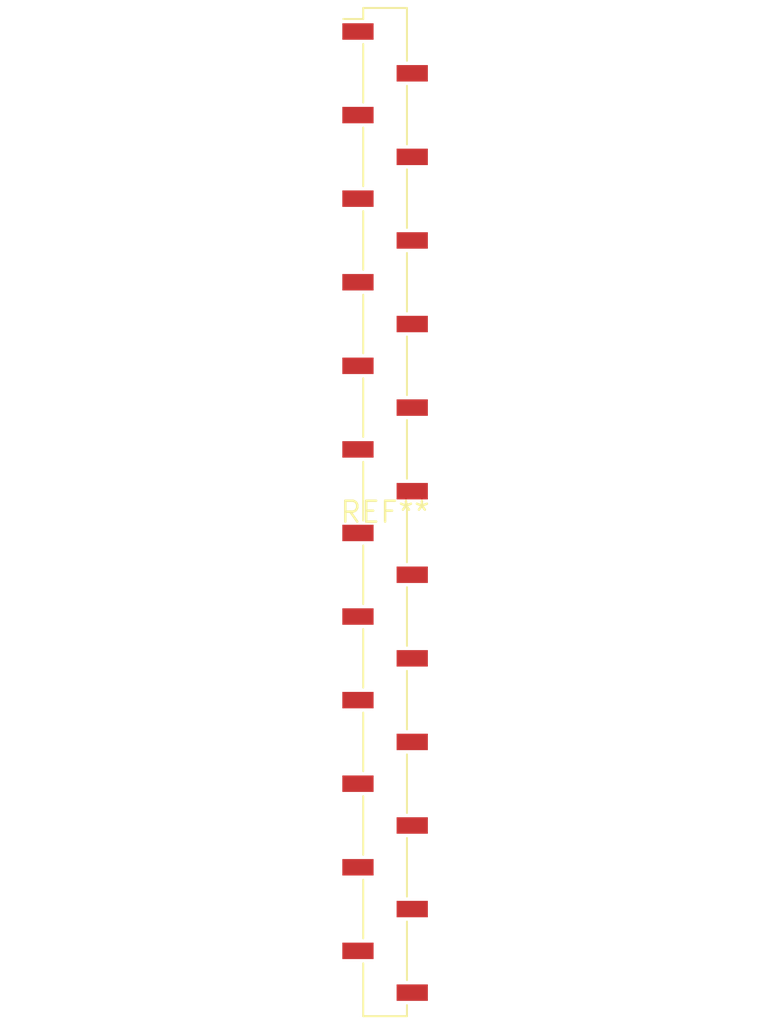
<source format=kicad_pcb>
(kicad_pcb (version 20240108) (generator pcbnew)
  (layers (0 "F.Cu" signal) (31 "B.Cu" signal) (34 "B.Paste" user) (35 "F.Paste" user) (36 "B.SilkS" user "B.Silkscreen") (37 "F.SilkS" user "F.Silkscreen") (38 "B.Mask" user) (39 "F.Mask" user) (44 "Edge.Cuts" user))
  (net 0 "")
  (footprint "PinSocket_1x24_P2.54mm_Vertical_SMD_Pin1Left" (layer "F.Cu") (at 0 0)
    (property "Reference" "REF**")
    (property "Value" "PinSocket_1x24_P2.54mm_Vertical_SMD_Pin1Left")
    (fp_line (start -2.54 -29.97) (end -1.33 -29.97) (layer "F.SilkS") (stroke (width 0.12)))
    (fp_line (start -1.33 -30.64) (end -1.33 -29.97) (layer "F.SilkS") (stroke (width 0.12)))
    (fp_line (start -1.33 -30.64) (end 1.33 -30.64) (layer "F.SilkS") (stroke (width 0.12)))
    (fp_line (start -1.33 -28.45) (end -1.33 -24.89) (layer "F.SilkS") (stroke (width 0.12)))
    (fp_line (start -1.33 -23.37) (end -1.33 -19.81) (layer "F.SilkS") (stroke (width 0.12)))
    (fp_line (start -1.33 -18.29) (end -1.33 -14.73) (layer "F.SilkS") (stroke (width 0.12)))
    (fp_line (start -1.33 -13.21) (end -1.33 -9.65) (layer "F.SilkS") (stroke (width 0.12)))
    (fp_line (start -1.33 -8.13) (end -1.33 -4.57) (layer "F.SilkS") (stroke (width 0.12)))
    (fp_line (start -1.33 -3.05) (end -1.33 0.51) (layer "F.SilkS") (stroke (width 0.12)))
    (fp_line (start -1.33 2.03) (end -1.33 5.59) (layer "F.SilkS") (stroke (width 0.12)))
    (fp_line (start -1.33 7.11) (end -1.33 10.67) (layer "F.SilkS") (stroke (width 0.12)))
    (fp_line (start -1.33 12.19) (end -1.33 15.75) (layer "F.SilkS") (stroke (width 0.12)))
    (fp_line (start -1.33 17.27) (end -1.33 20.83) (layer "F.SilkS") (stroke (width 0.12)))
    (fp_line (start -1.33 22.35) (end -1.33 25.91) (layer "F.SilkS") (stroke (width 0.12)))
    (fp_line (start -1.33 27.43) (end -1.33 30.64) (layer "F.SilkS") (stroke (width 0.12)))
    (fp_line (start -1.33 30.64) (end 1.33 30.64) (layer "F.SilkS") (stroke (width 0.12)))
    (fp_line (start 1.33 -30.64) (end 1.33 -27.43) (layer "F.SilkS") (stroke (width 0.12)))
    (fp_line (start 1.33 -25.91) (end 1.33 -22.35) (layer "F.SilkS") (stroke (width 0.12)))
    (fp_line (start 1.33 -20.83) (end 1.33 -17.27) (layer "F.SilkS") (stroke (width 0.12)))
    (fp_line (start 1.33 -15.75) (end 1.33 -12.19) (layer "F.SilkS") (stroke (width 0.12)))
    (fp_line (start 1.33 -10.67) (end 1.33 -7.11) (layer "F.SilkS") (stroke (width 0.12)))
    (fp_line (start 1.33 -5.59) (end 1.33 -2.03) (layer "F.SilkS") (stroke (width 0.12)))
    (fp_line (start 1.33 -0.51) (end 1.33 3.05) (layer "F.SilkS") (stroke (width 0.12)))
    (fp_line (start 1.33 4.57) (end 1.33 8.13) (layer "F.SilkS") (stroke (width 0.12)))
    (fp_line (start 1.33 9.65) (end 1.33 13.21) (layer "F.SilkS") (stroke (width 0.12)))
    (fp_line (start 1.33 14.73) (end 1.33 18.29) (layer "F.SilkS") (stroke (width 0.12)))
    (fp_line (start 1.33 19.81) (end 1.33 23.37) (layer "F.SilkS") (stroke (width 0.12)))
    (fp_line (start 1.33 24.89) (end 1.33 28.45) (layer "F.SilkS") (stroke (width 0.12)))
    (fp_line (start 1.33 29.97) (end 1.33 30.64) (layer "F.SilkS") (stroke (width 0.12)))
    (pad "1" smd rect (at -1.65 -29.21) (size 1.9 1) (layers "F.Cu" "F.Paste" "F.Mask"))
    (pad "2" smd rect (at 1.65 -26.67) (size 1.9 1) (layers "F.Cu" "F.Paste" "F.Mask"))
    (pad "3" smd rect (at -1.65 -24.13) (size 1.9 1) (layers "F.Cu" "F.Paste" "F.Mask"))
    (pad "4" smd rect (at 1.65 -21.59) (size 1.9 1) (layers "F.Cu" "F.Paste" "F.Mask"))
    (pad "5" smd rect (at -1.65 -19.05) (size 1.9 1) (layers "F.Cu" "F.Paste" "F.Mask"))
    (pad "6" smd rect (at 1.65 -16.51) (size 1.9 1) (layers "F.Cu" "F.Paste" "F.Mask"))
    (pad "7" smd rect (at -1.65 -13.97) (size 1.9 1) (layers "F.Cu" "F.Paste" "F.Mask"))
    (pad "8" smd rect (at 1.65 -11.43) (size 1.9 1) (layers "F.Cu" "F.Paste" "F.Mask"))
    (pad "9" smd rect (at -1.65 -8.89) (size 1.9 1) (layers "F.Cu" "F.Paste" "F.Mask"))
    (pad "10" smd rect (at 1.65 -6.35) (size 1.9 1) (layers "F.Cu" "F.Paste" "F.Mask"))
    (pad "11" smd rect (at -1.65 -3.81) (size 1.9 1) (layers "F.Cu" "F.Paste" "F.Mask"))
    (pad "12" smd rect (at 1.65 -1.27) (size 1.9 1) (layers "F.Cu" "F.Paste" "F.Mask"))
    (pad "13" smd rect (at -1.65 1.27) (size 1.9 1) (layers "F.Cu" "F.Paste" "F.Mask"))
    (pad "14" smd rect (at 1.65 3.81) (size 1.9 1) (layers "F.Cu" "F.Paste" "F.Mask"))
    (pad "15" smd rect (at -1.65 6.35) (size 1.9 1) (layers "F.Cu" "F.Paste" "F.Mask"))
    (pad "16" smd rect (at 1.65 8.89) (size 1.9 1) (layers "F.Cu" "F.Paste" "F.Mask"))
    (pad "17" smd rect (at -1.65 11.43) (size 1.9 1) (layers "F.Cu" "F.Paste" "F.Mask"))
    (pad "18" smd rect (at 1.65 13.97) (size 1.9 1) (layers "F.Cu" "F.Paste" "F.Mask"))
    (pad "19" smd rect (at -1.65 16.51) (size 1.9 1) (layers "F.Cu" "F.Paste" "F.Mask"))
    (pad "20" smd rect (at 1.65 19.05) (size 1.9 1) (layers "F.Cu" "F.Paste" "F.Mask"))
    (pad "21" smd rect (at -1.65 21.59) (size 1.9 1) (layers "F.Cu" "F.Paste" "F.Mask"))
    (pad "22" smd rect (at 1.65 24.13) (size 1.9 1) (layers "F.Cu" "F.Paste" "F.Mask"))
    (pad "23" smd rect (at -1.65 26.67) (size 1.9 1) (layers "F.Cu" "F.Paste" "F.Mask"))
    (pad "24" smd rect (at 1.65 29.21) (size 1.9 1) (layers "F.Cu" "F.Paste" "F.Mask"))
  )
)
</source>
